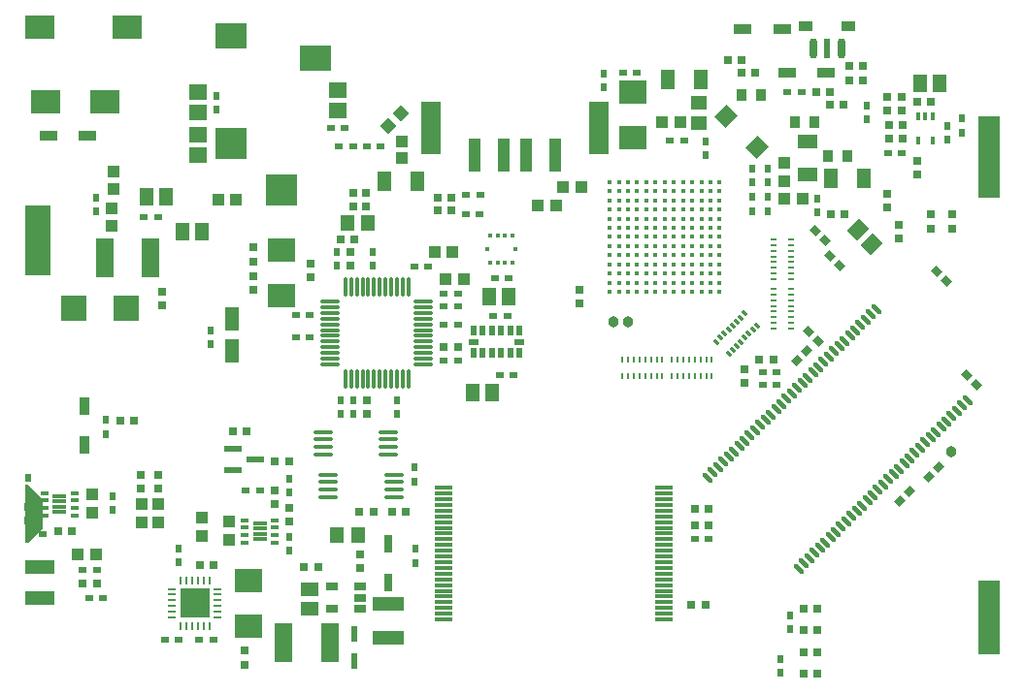
<source format=gtp>
%FSLAX25Y25*%
%MOIN*%
G70*
G01*
G75*
G04 Layer_Color=8421504*
%ADD10C,0.00500*%
%ADD11C,0.03000*%
%ADD12C,0.02000*%
%ADD13C,0.01000*%
%ADD14C,0.00800*%
%ADD15C,0.01500*%
%ADD16C,0.00700*%
%ADD17C,0.01200*%
%ADD18C,0.05000*%
%ADD19C,0.02200*%
%ADD20C,0.00600*%
%ADD21C,0.01400*%
%ADD22C,0.01800*%
%ADD23C,0.04000*%
%ADD24C,0.02500*%
%ADD25R,0.02362X0.03150*%
%ADD26R,0.09055X0.09055*%
%ADD27R,0.06299X0.03347*%
%ADD28P,0.05568X4X180.0*%
%ADD29R,0.03937X0.04331*%
%ADD30R,0.03150X0.02362*%
%ADD31R,0.03150X0.02756*%
%ADD32R,0.05118X0.07087*%
%ADD33O,0.06693X0.01378*%
%ADD34R,0.02756X0.03150*%
%ADD35R,0.03937X0.03937*%
%ADD36R,0.10236X0.10236*%
%ADD37O,0.00984X0.03150*%
%ADD38O,0.03150X0.00984*%
%ADD39R,0.09449X0.07874*%
G04:AMPARAMS|DCode=40|XSize=23.62mil|YSize=31.5mil|CornerRadius=0mil|HoleSize=0mil|Usage=FLASHONLY|Rotation=135.000|XOffset=0mil|YOffset=0mil|HoleType=Round|Shape=Rectangle|*
%AMROTATEDRECTD40*
4,1,4,0.01949,0.00278,-0.00278,-0.01949,-0.01949,-0.00278,0.00278,0.01949,0.01949,0.00278,0.0*
%
%ADD40ROTATEDRECTD40*%

G04:AMPARAMS|DCode=41|XSize=23.62mil|YSize=31.5mil|CornerRadius=0mil|HoleSize=0mil|Usage=FLASHONLY|Rotation=225.000|XOffset=0mil|YOffset=0mil|HoleType=Round|Shape=Rectangle|*
%AMROTATEDRECTD41*
4,1,4,-0.00278,0.01949,0.01949,-0.00278,0.00278,-0.01949,-0.01949,0.00278,-0.00278,0.01949,0.0*
%
%ADD41ROTATEDRECTD41*%

%ADD42R,0.05512X0.07284*%
%ADD43R,0.02756X0.01496*%
G04:AMPARAMS|DCode=44|XSize=27.56mil|YSize=31.5mil|CornerRadius=0mil|HoleSize=0mil|Usage=FLASHONLY|Rotation=135.000|XOffset=0mil|YOffset=0mil|HoleType=Round|Shape=Rectangle|*
%AMROTATEDRECTD44*
4,1,4,0.02088,0.00139,-0.00139,-0.02088,-0.02088,-0.00139,0.00139,0.02088,0.02088,0.00139,0.0*
%
%ADD44ROTATEDRECTD44*%

%ADD45C,0.03800*%
G04:AMPARAMS|DCode=46|XSize=15.75mil|YSize=45.28mil|CornerRadius=0mil|HoleSize=0mil|Usage=FLASHONLY|Rotation=225.000|XOffset=0mil|YOffset=0mil|HoleType=Round|Shape=Round|*
%AMOVALD46*
21,1,0.02953,0.01575,0.00000,0.00000,315.0*
1,1,0.01575,-0.01044,0.01044*
1,1,0.01575,0.01044,-0.01044*
%
%ADD46OVALD46*%

G04:AMPARAMS|DCode=47|XSize=27.56mil|YSize=31.5mil|CornerRadius=0mil|HoleSize=0mil|Usage=FLASHONLY|Rotation=225.000|XOffset=0mil|YOffset=0mil|HoleType=Round|Shape=Rectangle|*
%AMROTATEDRECTD47*
4,1,4,-0.00139,0.02088,0.02088,-0.00139,0.00139,-0.02088,-0.02088,0.00139,-0.00139,0.02088,0.0*
%
%ADD47ROTATEDRECTD47*%

%ADD48R,0.01969X0.00984*%
G04:AMPARAMS|DCode=49|XSize=9.84mil|YSize=19.69mil|CornerRadius=0mil|HoleSize=0mil|Usage=FLASHONLY|Rotation=225.000|XOffset=0mil|YOffset=0mil|HoleType=Round|Shape=Rectangle|*
%AMROTATEDRECTD49*
4,1,4,-0.00348,0.01044,0.01044,-0.00348,0.00348,-0.01044,-0.01044,0.00348,-0.00348,0.01044,0.0*
%
%ADD49ROTATEDRECTD49*%

%ADD50R,0.00984X0.01969*%
G04:AMPARAMS|DCode=51|XSize=59.06mil|YSize=51.18mil|CornerRadius=0mil|HoleSize=0mil|Usage=FLASHONLY|Rotation=45.000|XOffset=0mil|YOffset=0mil|HoleType=Round|Shape=Rectangle|*
%AMROTATEDRECTD51*
4,1,4,-0.00278,-0.03897,-0.03897,-0.00278,0.00278,0.03897,0.03897,0.00278,-0.00278,-0.03897,0.0*
%
%ADD51ROTATEDRECTD51*%

%ADD52R,0.03543X0.03937*%
%ADD53R,0.03937X0.03937*%
%ADD54R,0.07087X0.05118*%
%ADD55R,0.05118X0.05906*%
%ADD56R,0.01378X0.02756*%
%ADD57R,0.05118X0.03543*%
%ADD58O,0.02953X0.07087*%
%ADD59R,0.02362X0.07087*%
G04:AMPARAMS|DCode=60|XSize=55.12mil|YSize=59.06mil|CornerRadius=0mil|HoleSize=0mil|Usage=FLASHONLY|Rotation=135.000|XOffset=0mil|YOffset=0mil|HoleType=Round|Shape=Rectangle|*
%AMROTATEDRECTD60*
4,1,4,0.04037,0.00139,-0.00139,-0.04037,-0.04037,-0.00139,0.00139,0.04037,0.04037,0.00139,0.0*
%
%ADD60ROTATEDRECTD60*%

%ADD61R,0.05512X0.04724*%
%ADD62C,0.01496*%
%ADD63R,0.01575X0.01378*%
%ADD64R,0.01378X0.01575*%
%ADD65R,0.04331X0.03937*%
%ADD66R,0.05906X0.05512*%
%ADD67O,0.01181X0.07087*%
%ADD68O,0.07087X0.01181*%
%ADD69R,0.04724X0.07874*%
%ADD70R,0.06299X0.01181*%
%ADD71R,0.03150X0.06299*%
%ADD72R,0.10630X0.05118*%
%ADD73R,0.06299X0.13386*%
%ADD74R,0.04331X0.02559*%
%ADD75R,0.05906X0.05118*%
%ADD76R,0.04724X0.05512*%
%ADD77R,0.05906X0.02362*%
%ADD78R,0.10000X0.05000*%
%ADD79R,0.03347X0.06299*%
%ADD80R,0.11024X0.08661*%
%ADD81R,0.11024X0.11024*%
%ADD82R,0.11024X0.11024*%
%ADD83R,0.10236X0.07874*%
%ADD84R,0.02362X0.03543*%
%ADD85R,0.03543X0.02362*%
%ADD86R,0.04400X0.11300*%
%ADD87R,0.07087X0.18110*%
%ADD88R,0.02165X0.05709*%
%ADD89R,0.10400X0.10600*%
%ADD90R,0.08500X0.10400*%
%ADD91R,0.08800X0.10500*%
%ADD92C,0.03937*%
%ADD93R,0.05906X0.05906*%
%ADD94C,0.05906*%
%ADD95C,0.06000*%
%ADD96C,0.07000*%
%ADD97C,0.07874*%
%ADD98C,0.08661*%
%ADD99C,0.07087*%
%ADD100R,0.05906X0.05906*%
%ADD101C,0.15748*%
%ADD102P,0.08352X4X360.0*%
%ADD103C,0.03150*%
%ADD104C,0.05000*%
%ADD105C,0.06693*%
%ADD106C,0.04724*%
%ADD107C,0.02000*%
%ADD108C,0.03000*%
%ADD109C,0.01800*%
%ADD110C,0.02500*%
%ADD111C,0.02598*%
%ADD112C,0.02300*%
%ADD113C,0.00787*%
%ADD114C,0.04400*%
%ADD115R,0.11600X0.03000*%
%ADD116R,0.02600X0.03000*%
%ADD117C,0.04359*%
%ADD118C,0.05816*%
%ADD119C,0.05343*%
%ADD120C,0.05300*%
%ADD121C,0.10068*%
%ADD122C,0.07706*%
%ADD123C,0.05343*%
%ADD124C,0.06524*%
%ADD125C,0.06800*%
%ADD126C,0.08493*%
%ADD127C,0.06918*%
%ADD128C,0.02800*%
%ADD129C,0.03300*%
%ADD130C,0.02600*%
%ADD131C,0.00400*%
%ADD132R,0.02700X0.03000*%
%ADD133R,0.11500X0.03000*%
%ADD134C,0.03099*%
%ADD135C,0.03099*%
%ADD136C,0.02400*%
%ADD137R,0.06693X0.08661*%
%ADD138R,0.18701X0.05000*%
%ADD139O,0.18701X0.05000*%
G04:AMPARAMS|DCode=140|XSize=59.06mil|YSize=51.18mil|CornerRadius=0mil|HoleSize=0mil|Usage=FLASHONLY|Rotation=315.000|XOffset=0mil|YOffset=0mil|HoleType=Round|Shape=Rectangle|*
%AMROTATEDRECTD140*
4,1,4,-0.03897,0.00278,-0.00278,0.03897,0.03897,-0.00278,0.00278,-0.03897,-0.03897,0.00278,0.0*
%
%ADD140ROTATEDRECTD140*%

%ADD141R,0.07874X0.05709*%
%ADD142R,0.05906X0.03150*%
%ADD143R,0.01654X0.01654*%
%ADD144R,0.03937X0.03150*%
%ADD145R,0.05118X0.07480*%
%ADD146R,0.18110X0.07087*%
%ADD147R,0.11300X0.04400*%
%ADD148O,0.01378X0.06693*%
%ADD149R,0.01575X0.01969*%
%ADD150R,0.03347X0.01575*%
%ADD151R,0.06299X0.03150*%
%ADD152R,0.01181X0.05118*%
%ADD153R,0.07087X0.08661*%
%ADD154R,0.07087X0.07874*%
%ADD155R,0.06299X0.11811*%
%ADD156R,0.11811X0.06299*%
%ADD157R,0.01969X0.09843*%
%ADD158R,0.06693X0.07874*%
%ADD159R,0.23700X0.08500*%
%ADD160R,0.52500X0.10600*%
%ADD161O,0.03937X0.09843*%
%ADD162R,0.03937X0.09843*%
%ADD163C,0.00984*%
%ADD164C,0.02362*%
%ADD165C,0.00394*%
%ADD166R,0.07874X0.04724*%
%ADD167R,0.08500X0.24000*%
%ADD168R,0.07500X0.28000*%
%ADD169R,0.07500X0.25200*%
%ADD170R,0.04921X0.01181*%
%ADD171R,0.04921X0.01378*%
%ADD172R,0.01378X0.01181*%
%ADD173R,0.01181X0.01378*%
%ADD174R,0.02264X0.03445*%
%ADD175R,0.03445X0.02264*%
G36*
X9000Y71000D02*
Y61000D01*
X4000Y56000D01*
X3000D01*
Y76000D01*
X4000D01*
X9000Y71000D01*
D02*
G37*
D25*
X292000Y201638D02*
D03*
Y206362D02*
D03*
X55500Y49138D02*
D03*
Y53862D02*
D03*
X93500Y77862D02*
D03*
Y73138D02*
D03*
Y53138D02*
D03*
Y57862D02*
D03*
X274902Y174153D02*
D03*
Y169429D02*
D03*
X257776Y179862D02*
D03*
Y184587D02*
D03*
X252658Y179862D02*
D03*
Y184587D02*
D03*
X257776Y174744D02*
D03*
Y170020D02*
D03*
X252658Y174744D02*
D03*
Y170020D02*
D03*
X319500Y199362D02*
D03*
Y194638D02*
D03*
X324500Y201762D02*
D03*
Y197038D02*
D03*
X236516Y193937D02*
D03*
Y189213D02*
D03*
X122146Y155807D02*
D03*
Y151083D02*
D03*
X109941Y155807D02*
D03*
Y151083D02*
D03*
X66500Y124138D02*
D03*
Y128862D02*
D03*
X136811Y53740D02*
D03*
Y49016D02*
D03*
X136500Y77038D02*
D03*
Y81762D02*
D03*
X33000Y67138D02*
D03*
Y71862D02*
D03*
X4000Y73638D02*
D03*
Y78362D02*
D03*
X30600Y93338D02*
D03*
Y98062D02*
D03*
X68400Y209662D02*
D03*
Y204938D02*
D03*
X130512Y100197D02*
D03*
Y104921D02*
D03*
X115551Y100295D02*
D03*
Y105020D02*
D03*
X111122Y100295D02*
D03*
Y105020D02*
D03*
X262300Y15862D02*
D03*
Y11138D02*
D03*
X265500Y30862D02*
D03*
Y26138D02*
D03*
X201500Y212438D02*
D03*
Y217162D02*
D03*
X27300Y174462D02*
D03*
Y169738D02*
D03*
D26*
X19642Y136500D02*
D03*
X37358D02*
D03*
D27*
X249307Y232500D02*
D03*
X262693D02*
D03*
X277893Y217600D02*
D03*
X264507D02*
D03*
X24193Y196000D02*
D03*
X10807D02*
D03*
D28*
X131827Y203627D02*
D03*
X127373Y199173D02*
D03*
D29*
X132200Y193953D02*
D03*
Y188047D02*
D03*
X33300Y183453D02*
D03*
Y177547D02*
D03*
X32600Y170853D02*
D03*
Y164947D02*
D03*
D30*
X120038Y192200D02*
D03*
X124762D02*
D03*
X115362D02*
D03*
X110638D02*
D03*
X159062Y175500D02*
D03*
X154338D02*
D03*
X158962Y169000D02*
D03*
X154238D02*
D03*
X62638Y22400D02*
D03*
X67362D02*
D03*
X50938D02*
D03*
X55662D02*
D03*
X78638Y74000D02*
D03*
X83362D02*
D03*
X232776Y57284D02*
D03*
X237500D02*
D03*
X256201Y110079D02*
D03*
X260925D02*
D03*
X256201Y114409D02*
D03*
X260925D02*
D03*
X299138Y190000D02*
D03*
X303862D02*
D03*
X264638Y210900D02*
D03*
X269362D02*
D03*
X224311Y194331D02*
D03*
X229035D02*
D03*
X151378Y141437D02*
D03*
X146653D02*
D03*
X151378Y137106D02*
D03*
X146653D02*
D03*
X151378Y118602D02*
D03*
X146653D02*
D03*
X151378Y130905D02*
D03*
X146653D02*
D03*
X168862Y147000D02*
D03*
X164138D02*
D03*
X107938Y198600D02*
D03*
X112662D02*
D03*
X136614Y150787D02*
D03*
X141339D02*
D03*
X95866Y134252D02*
D03*
X100591D02*
D03*
X95768Y126476D02*
D03*
X100492D02*
D03*
X29465Y37008D02*
D03*
X24741D02*
D03*
X27362Y46500D02*
D03*
X22638D02*
D03*
X4138Y59000D02*
D03*
X8862D02*
D03*
X43638Y168000D02*
D03*
X48362D02*
D03*
X165738Y113400D02*
D03*
X170462D02*
D03*
X168362Y134000D02*
D03*
X163638D02*
D03*
X208238Y217600D02*
D03*
X212962D02*
D03*
D31*
X144438Y174500D02*
D03*
X149162D02*
D03*
X144438Y170200D02*
D03*
X149162D02*
D03*
X62838Y48200D02*
D03*
X67562D02*
D03*
X231638Y34500D02*
D03*
X236362D02*
D03*
X237500Y61811D02*
D03*
X232776D02*
D03*
X232738Y67618D02*
D03*
X237463D02*
D03*
X255020Y118740D02*
D03*
X259744D02*
D03*
X279626Y169035D02*
D03*
X284350D02*
D03*
X313862Y207500D02*
D03*
X309138D02*
D03*
X283962Y206400D02*
D03*
X279238D02*
D03*
X279262Y210900D02*
D03*
X274538D02*
D03*
X248738Y217500D02*
D03*
X253462D02*
D03*
X244138Y222000D02*
D03*
X248862D02*
D03*
X151378Y123130D02*
D03*
X146653D02*
D03*
X128838Y66500D02*
D03*
X133562D02*
D03*
X98638Y47500D02*
D03*
X103362D02*
D03*
X117638Y66500D02*
D03*
X122362D02*
D03*
X88638Y84000D02*
D03*
X93362D02*
D03*
X74138Y94200D02*
D03*
X78862D02*
D03*
X27362Y42000D02*
D03*
X22638D02*
D03*
X18862Y60000D02*
D03*
X14138D02*
D03*
X40162Y97800D02*
D03*
X35438D02*
D03*
X274762Y11000D02*
D03*
X270038D02*
D03*
X274762Y18300D02*
D03*
X270038D02*
D03*
X270238Y26000D02*
D03*
X274962D02*
D03*
X274862Y33300D02*
D03*
X270138D02*
D03*
X115762Y160300D02*
D03*
X111038D02*
D03*
D32*
X126191Y180300D02*
D03*
X137609D02*
D03*
X290846Y181240D02*
D03*
X279429D02*
D03*
X223491Y215200D02*
D03*
X234909D02*
D03*
D33*
X105079Y93939D02*
D03*
Y91379D02*
D03*
Y88820D02*
D03*
Y86261D02*
D03*
X127521Y93939D02*
D03*
Y91379D02*
D03*
Y88820D02*
D03*
Y86261D02*
D03*
X106980Y79339D02*
D03*
Y76780D02*
D03*
Y74221D02*
D03*
Y71661D02*
D03*
X129420Y79339D02*
D03*
Y76780D02*
D03*
Y74221D02*
D03*
Y71661D02*
D03*
D34*
X48600Y74638D02*
D03*
Y79362D02*
D03*
X42600Y74638D02*
D03*
Y79362D02*
D03*
X93500Y63138D02*
D03*
Y67862D02*
D03*
X88500Y69138D02*
D03*
Y73862D02*
D03*
X249902Y110866D02*
D03*
Y115591D02*
D03*
X193110Y138189D02*
D03*
Y142913D02*
D03*
X303000Y160638D02*
D03*
Y165362D02*
D03*
X299000Y209362D02*
D03*
Y204638D02*
D03*
X304000Y204638D02*
D03*
Y209362D02*
D03*
X304100Y199462D02*
D03*
Y194738D02*
D03*
X299400Y194738D02*
D03*
Y199462D02*
D03*
X290400Y219762D02*
D03*
Y215038D02*
D03*
X285700Y219762D02*
D03*
Y215038D02*
D03*
X114567Y155807D02*
D03*
Y151083D02*
D03*
X100689Y147047D02*
D03*
Y151772D02*
D03*
X81299Y142717D02*
D03*
Y147441D02*
D03*
X81299Y157382D02*
D03*
Y152657D02*
D03*
X118000Y47138D02*
D03*
Y51862D02*
D03*
X4000Y68362D02*
D03*
Y63638D02*
D03*
X49800Y137638D02*
D03*
Y142362D02*
D03*
X120079Y105020D02*
D03*
Y100295D02*
D03*
X314000Y168762D02*
D03*
Y164038D02*
D03*
X321200Y168762D02*
D03*
Y164038D02*
D03*
X299000Y175962D02*
D03*
Y171238D02*
D03*
X309300Y182538D02*
D03*
Y187262D02*
D03*
X119900Y171638D02*
D03*
Y176362D02*
D03*
X115500Y171638D02*
D03*
Y176362D02*
D03*
X78300Y18762D02*
D03*
Y14038D02*
D03*
D35*
X42700Y69150D02*
D03*
Y62850D02*
D03*
X48600Y69150D02*
D03*
Y62850D02*
D03*
X63500Y64650D02*
D03*
Y58350D02*
D03*
X73000Y63150D02*
D03*
Y56850D02*
D03*
X263484Y180157D02*
D03*
Y186457D02*
D03*
X26000Y72650D02*
D03*
Y66350D02*
D03*
D36*
X61100Y35100D02*
D03*
D37*
X56179Y42974D02*
D03*
X58147D02*
D03*
X60116D02*
D03*
X62084D02*
D03*
X64053D02*
D03*
X66021D02*
D03*
Y27226D02*
D03*
X64053D02*
D03*
X62084D02*
D03*
X60116D02*
D03*
X58147D02*
D03*
X56179D02*
D03*
D38*
X68974Y40021D02*
D03*
Y38053D02*
D03*
Y36084D02*
D03*
Y34116D02*
D03*
Y32147D02*
D03*
Y30179D02*
D03*
X53226D02*
D03*
Y32147D02*
D03*
Y34116D02*
D03*
Y36084D02*
D03*
Y38053D02*
D03*
Y40021D02*
D03*
D39*
X79400Y43000D02*
D03*
Y27252D02*
D03*
X211500Y210900D02*
D03*
Y195152D02*
D03*
X90847Y156693D02*
D03*
Y140945D02*
D03*
D40*
X306670Y73570D02*
D03*
X303330Y70230D02*
D03*
D41*
X326230Y113470D02*
D03*
X329570Y110130D02*
D03*
D43*
X78264Y63677D02*
D03*
Y61118D02*
D03*
Y58559D02*
D03*
Y56000D02*
D03*
X88500Y63677D02*
D03*
Y61118D02*
D03*
Y58559D02*
D03*
Y56000D02*
D03*
X9500Y73000D02*
D03*
Y70441D02*
D03*
Y67882D02*
D03*
Y65323D02*
D03*
X19736Y73000D02*
D03*
Y70441D02*
D03*
Y67882D02*
D03*
Y65323D02*
D03*
D44*
X313192Y78487D02*
D03*
X316532Y81828D02*
D03*
X271257Y121985D02*
D03*
X267916Y118645D02*
D03*
D45*
X320700Y87200D02*
D03*
X209800Y131900D02*
D03*
X204900D02*
D03*
D46*
X268498Y46963D02*
D03*
X270308Y48773D02*
D03*
X272117Y50582D02*
D03*
X273927Y52392D02*
D03*
X275736Y54201D02*
D03*
X277546Y56011D02*
D03*
X279355Y57820D02*
D03*
X281165Y59630D02*
D03*
X282975Y61439D02*
D03*
X284784Y63249D02*
D03*
X286594Y65058D02*
D03*
X288403Y66868D02*
D03*
X290213Y68677D02*
D03*
X292022Y70487D02*
D03*
X293832Y72296D02*
D03*
X295641Y74106D02*
D03*
X297451Y75915D02*
D03*
X299260Y77725D02*
D03*
X301070Y79535D02*
D03*
X302879Y81344D02*
D03*
X304689Y83153D02*
D03*
X306498Y84963D02*
D03*
X308308Y86773D02*
D03*
X310117Y88582D02*
D03*
X311927Y90392D02*
D03*
X313736Y92201D02*
D03*
X315546Y94011D02*
D03*
X317355Y95820D02*
D03*
X319165Y97630D02*
D03*
X320974Y99439D02*
D03*
X322784Y101249D02*
D03*
X324594Y103058D02*
D03*
X326403Y104868D02*
D03*
X237180Y78282D02*
D03*
X238989Y80091D02*
D03*
X240799Y81901D02*
D03*
X242608Y83710D02*
D03*
X244418Y85520D02*
D03*
X246227Y87329D02*
D03*
X248037Y89139D02*
D03*
X249846Y90948D02*
D03*
X251656Y92758D02*
D03*
X253465Y94568D02*
D03*
X255275Y96377D02*
D03*
X257084Y98186D02*
D03*
X258894Y99996D02*
D03*
X260703Y101806D02*
D03*
X262513Y103615D02*
D03*
X264322Y105425D02*
D03*
X266132Y107234D02*
D03*
X267941Y109044D02*
D03*
X269751Y110853D02*
D03*
X271561Y112663D02*
D03*
X273370Y114472D02*
D03*
X275180Y116282D02*
D03*
X276989Y118091D02*
D03*
X278799Y119901D02*
D03*
X280608Y121710D02*
D03*
X282418Y123520D02*
D03*
X284227Y125329D02*
D03*
X286037Y127139D02*
D03*
X287846Y128948D02*
D03*
X289656Y130758D02*
D03*
X291465Y132568D02*
D03*
X293275Y134377D02*
D03*
X295084Y136187D02*
D03*
D47*
X275194Y125338D02*
D03*
X271853Y128678D02*
D03*
X282674Y151322D02*
D03*
X279334Y154662D02*
D03*
X277556Y159983D02*
D03*
X274216Y163324D02*
D03*
X315830Y149170D02*
D03*
X319170Y145830D02*
D03*
D48*
X260005Y129484D02*
D03*
Y131453D02*
D03*
Y133421D02*
D03*
Y135390D02*
D03*
Y137358D02*
D03*
Y139327D02*
D03*
Y141295D02*
D03*
Y143264D02*
D03*
X265910D02*
D03*
Y141295D02*
D03*
Y139327D02*
D03*
Y137358D02*
D03*
Y135390D02*
D03*
Y133421D02*
D03*
Y131453D02*
D03*
Y129484D02*
D03*
X260005Y146484D02*
D03*
Y148453D02*
D03*
Y150421D02*
D03*
Y152390D02*
D03*
Y154358D02*
D03*
Y156327D02*
D03*
Y158295D02*
D03*
Y160264D02*
D03*
X265910D02*
D03*
Y158295D02*
D03*
Y156327D02*
D03*
Y154358D02*
D03*
Y152390D02*
D03*
Y150421D02*
D03*
Y148453D02*
D03*
Y146484D02*
D03*
D49*
X240186Y125011D02*
D03*
X241578Y126403D02*
D03*
X242970Y127795D02*
D03*
X244362Y129187D02*
D03*
X245754Y130579D02*
D03*
X247146Y131971D02*
D03*
X248538Y133363D02*
D03*
X249930Y134755D02*
D03*
X254105Y130579D02*
D03*
X252713Y129187D02*
D03*
X251322Y127795D02*
D03*
X249930Y126403D02*
D03*
X248538Y125011D02*
D03*
X247146Y123619D02*
D03*
X245754Y122228D02*
D03*
X244362Y120835D02*
D03*
D50*
X224893Y118976D02*
D03*
X226861D02*
D03*
X228830D02*
D03*
X230798D02*
D03*
X232767D02*
D03*
X234735D02*
D03*
X236704D02*
D03*
X238672D02*
D03*
Y113070D02*
D03*
X236704D02*
D03*
X234735D02*
D03*
X232767D02*
D03*
X230798D02*
D03*
X228830D02*
D03*
X226861D02*
D03*
X224893D02*
D03*
X207893Y118976D02*
D03*
X209861D02*
D03*
X211830D02*
D03*
X213798D02*
D03*
X215767D02*
D03*
X217735D02*
D03*
X219704D02*
D03*
X221672D02*
D03*
Y113070D02*
D03*
X219704D02*
D03*
X217735D02*
D03*
X215767D02*
D03*
X213798D02*
D03*
X211830D02*
D03*
X209861D02*
D03*
X207893D02*
D03*
D51*
X288874Y163429D02*
D03*
X293606Y158697D02*
D03*
D52*
X285335Y188819D02*
D03*
X278642D02*
D03*
X267028Y200630D02*
D03*
X273721D02*
D03*
X255512Y209784D02*
D03*
X248819D02*
D03*
D53*
X263484Y174252D02*
D03*
X269783D02*
D03*
X221650Y200400D02*
D03*
X227950D02*
D03*
X193950Y178100D02*
D03*
X187650D02*
D03*
X185250Y172000D02*
D03*
X178950D02*
D03*
X147146Y146555D02*
D03*
X153445D02*
D03*
X20850Y52000D02*
D03*
X27150D02*
D03*
D54*
X271358Y182618D02*
D03*
Y194035D02*
D03*
D55*
X316846Y214000D02*
D03*
X310154D02*
D03*
X162153Y140500D02*
D03*
X168846D02*
D03*
X56753Y163000D02*
D03*
X63446D02*
D03*
X51346Y175000D02*
D03*
X44653D02*
D03*
X163347Y107400D02*
D03*
X156653D02*
D03*
D56*
X314559Y202634D02*
D03*
X312000D02*
D03*
X309441D02*
D03*
Y194366D02*
D03*
X314559D02*
D03*
D57*
X270965Y233477D02*
D03*
X285531D02*
D03*
D58*
X283071Y225800D02*
D03*
X273425D02*
D03*
D59*
X278248D02*
D03*
D60*
X243653Y202547D02*
D03*
X254232Y191969D02*
D03*
D61*
X234154Y207323D02*
D03*
Y200236D02*
D03*
D62*
X203543Y179961D02*
D03*
X206693D02*
D03*
X209842D02*
D03*
X212992D02*
D03*
X216142D02*
D03*
X219291D02*
D03*
X222441D02*
D03*
X225591D02*
D03*
X228740D02*
D03*
X231890D02*
D03*
X235039D02*
D03*
X238189D02*
D03*
X241339D02*
D03*
X203543Y176811D02*
D03*
X206693D02*
D03*
X209842D02*
D03*
X212992D02*
D03*
X216142D02*
D03*
X219291D02*
D03*
X222441D02*
D03*
X225591D02*
D03*
X228740D02*
D03*
X231890D02*
D03*
X235039D02*
D03*
X238189D02*
D03*
X241339D02*
D03*
X203543Y173661D02*
D03*
X206693D02*
D03*
X209842D02*
D03*
X212992D02*
D03*
X216142D02*
D03*
X219291D02*
D03*
X222441D02*
D03*
X225591D02*
D03*
X228740D02*
D03*
X231890D02*
D03*
X235039D02*
D03*
X238189D02*
D03*
X241339D02*
D03*
X203543Y170512D02*
D03*
X206693D02*
D03*
X209842D02*
D03*
X212992D02*
D03*
X216142D02*
D03*
X219291D02*
D03*
X222441D02*
D03*
X225591D02*
D03*
X228740D02*
D03*
X231890D02*
D03*
X235039D02*
D03*
X238189D02*
D03*
X241339D02*
D03*
X203543Y167362D02*
D03*
X206693D02*
D03*
X209842D02*
D03*
X212992D02*
D03*
X216142D02*
D03*
X219291D02*
D03*
X222441D02*
D03*
X225591D02*
D03*
X228740D02*
D03*
X231890D02*
D03*
X235039D02*
D03*
X238189D02*
D03*
X241339D02*
D03*
X203543Y164213D02*
D03*
X206693D02*
D03*
X209842D02*
D03*
X212992D02*
D03*
X216142D02*
D03*
X219291D02*
D03*
X222441D02*
D03*
X225591D02*
D03*
X228740D02*
D03*
X231890D02*
D03*
X235039D02*
D03*
X238189D02*
D03*
X241339D02*
D03*
X203543Y161063D02*
D03*
X206693D02*
D03*
X209842D02*
D03*
X212992D02*
D03*
X216142D02*
D03*
X219291D02*
D03*
X222441D02*
D03*
X225591D02*
D03*
X228740D02*
D03*
X231890D02*
D03*
X235039D02*
D03*
X238189D02*
D03*
X241339D02*
D03*
X203543Y157913D02*
D03*
X206693D02*
D03*
X209842D02*
D03*
X212992D02*
D03*
X216142D02*
D03*
X219291D02*
D03*
X222441D02*
D03*
X225591D02*
D03*
X228740D02*
D03*
X231890D02*
D03*
X235039D02*
D03*
X238189D02*
D03*
X241339D02*
D03*
X203543Y154764D02*
D03*
X206693D02*
D03*
X209842D02*
D03*
X212992D02*
D03*
X216142D02*
D03*
X219291D02*
D03*
X222441D02*
D03*
X225591D02*
D03*
X228740D02*
D03*
X231890D02*
D03*
X235039D02*
D03*
X238189D02*
D03*
X241339D02*
D03*
X203543Y151614D02*
D03*
X206693D02*
D03*
X209842D02*
D03*
X212992D02*
D03*
X216142D02*
D03*
X219291D02*
D03*
X222441D02*
D03*
X225591D02*
D03*
X228740D02*
D03*
X231890D02*
D03*
X235039D02*
D03*
X238189D02*
D03*
X241339D02*
D03*
X203543Y148465D02*
D03*
X206693D02*
D03*
X209842D02*
D03*
X212992D02*
D03*
X216142D02*
D03*
X219291D02*
D03*
X222441D02*
D03*
X225591D02*
D03*
X228740D02*
D03*
X231890D02*
D03*
X235039D02*
D03*
X238189D02*
D03*
X241339D02*
D03*
X203543Y145315D02*
D03*
X206693D02*
D03*
X209842D02*
D03*
X212992D02*
D03*
X216142D02*
D03*
X219291D02*
D03*
X222441D02*
D03*
X225591D02*
D03*
X228740D02*
D03*
X231890D02*
D03*
X235039D02*
D03*
X238189D02*
D03*
X241339D02*
D03*
X203543Y142165D02*
D03*
X206693D02*
D03*
X209842D02*
D03*
X212992D02*
D03*
X216142D02*
D03*
X219291D02*
D03*
X222441D02*
D03*
X225591D02*
D03*
X228740D02*
D03*
X231890D02*
D03*
X235039D02*
D03*
X238189D02*
D03*
X241339D02*
D03*
D65*
X149453Y156000D02*
D03*
X143547D02*
D03*
X75053Y173800D02*
D03*
X69147D02*
D03*
D66*
X110100Y204557D02*
D03*
Y211643D02*
D03*
X62200Y203857D02*
D03*
Y210943D02*
D03*
Y196343D02*
D03*
Y189257D02*
D03*
D67*
X134449Y143996D02*
D03*
X132480D02*
D03*
X130512D02*
D03*
X128543D02*
D03*
X126575D02*
D03*
X124606D02*
D03*
X122638D02*
D03*
X120669D02*
D03*
X118701D02*
D03*
X116732D02*
D03*
X114764D02*
D03*
X112795D02*
D03*
Y112106D02*
D03*
X114764D02*
D03*
X116732D02*
D03*
X118701D02*
D03*
X120669D02*
D03*
X122638D02*
D03*
X124606D02*
D03*
X126575D02*
D03*
X128543D02*
D03*
X130512D02*
D03*
X132480D02*
D03*
X134449D02*
D03*
D68*
X107677Y138878D02*
D03*
Y136909D02*
D03*
Y134941D02*
D03*
Y132972D02*
D03*
Y131004D02*
D03*
Y129035D02*
D03*
Y127067D02*
D03*
Y125098D02*
D03*
Y123130D02*
D03*
Y121161D02*
D03*
Y119193D02*
D03*
Y117224D02*
D03*
X139567D02*
D03*
Y119193D02*
D03*
Y121161D02*
D03*
Y123130D02*
D03*
Y125098D02*
D03*
Y127067D02*
D03*
Y129035D02*
D03*
Y131004D02*
D03*
Y132972D02*
D03*
Y134941D02*
D03*
Y136909D02*
D03*
Y138878D02*
D03*
D69*
X74000Y121988D02*
D03*
Y133012D02*
D03*
D70*
X222047Y29528D02*
D03*
Y31496D02*
D03*
Y33465D02*
D03*
Y35433D02*
D03*
Y37402D02*
D03*
Y39370D02*
D03*
Y41339D02*
D03*
Y43307D02*
D03*
Y45276D02*
D03*
Y47244D02*
D03*
Y49213D02*
D03*
Y51181D02*
D03*
Y53150D02*
D03*
Y55118D02*
D03*
Y57087D02*
D03*
Y59055D02*
D03*
Y61024D02*
D03*
Y62992D02*
D03*
Y64961D02*
D03*
Y66929D02*
D03*
Y68898D02*
D03*
Y70866D02*
D03*
Y72835D02*
D03*
Y74803D02*
D03*
X146457Y29528D02*
D03*
Y31496D02*
D03*
Y33465D02*
D03*
Y35433D02*
D03*
Y37402D02*
D03*
Y39370D02*
D03*
Y41339D02*
D03*
Y43307D02*
D03*
Y45276D02*
D03*
Y47244D02*
D03*
Y49213D02*
D03*
Y51181D02*
D03*
Y53150D02*
D03*
Y55118D02*
D03*
Y57087D02*
D03*
Y59055D02*
D03*
Y61024D02*
D03*
Y62992D02*
D03*
Y64961D02*
D03*
Y66929D02*
D03*
Y68898D02*
D03*
Y70866D02*
D03*
Y72835D02*
D03*
Y74803D02*
D03*
D71*
X127500Y55693D02*
D03*
Y42307D02*
D03*
D72*
Y23291D02*
D03*
Y34709D02*
D03*
D73*
X91626Y21500D02*
D03*
X107374D02*
D03*
X30126Y154000D02*
D03*
X45874D02*
D03*
D74*
X117724Y33260D02*
D03*
Y37000D02*
D03*
Y40740D02*
D03*
X108276D02*
D03*
Y33260D02*
D03*
D75*
X100500Y33154D02*
D03*
Y39847D02*
D03*
D76*
X109957Y58500D02*
D03*
X117043D02*
D03*
X120643Y165900D02*
D03*
X113557D02*
D03*
D77*
X74260Y88240D02*
D03*
Y80760D02*
D03*
X81740Y84500D02*
D03*
D78*
X8000Y37000D02*
D03*
Y47500D02*
D03*
D79*
X23200Y102893D02*
D03*
Y89507D02*
D03*
D80*
X102567Y222457D02*
D03*
X73433Y230331D02*
D03*
D81*
Y193323D02*
D03*
D82*
X90953Y177181D02*
D03*
D83*
X7874Y233071D02*
D03*
X37795D02*
D03*
X9843Y207480D02*
D03*
X30315D02*
D03*
D86*
X184750Y189298D02*
D03*
X174950D02*
D03*
X167050D02*
D03*
X157250D02*
D03*
D87*
X142232Y198524D02*
D03*
X199713D02*
D03*
D88*
X116000Y24626D02*
D03*
Y15374D02*
D03*
D167*
X7250Y160000D02*
D03*
D168*
X333750Y188500D02*
D03*
D169*
Y30100D02*
D03*
D170*
X83382Y60823D02*
D03*
Y58854D02*
D03*
X14618Y70146D02*
D03*
Y68177D02*
D03*
D171*
X83382Y62594D02*
D03*
X83382Y57083D02*
D03*
X14618Y71917D02*
D03*
Y66405D02*
D03*
D172*
X161614Y156921D02*
D03*
X171063D02*
D03*
D173*
X162500Y161646D02*
D03*
X165059D02*
D03*
X167618D02*
D03*
X170177D02*
D03*
Y152197D02*
D03*
X167618D02*
D03*
X165059D02*
D03*
X162598D02*
D03*
D174*
X156800Y121100D02*
D03*
X159950D02*
D03*
X163099D02*
D03*
X166249D02*
D03*
X169398D02*
D03*
X172548D02*
D03*
Y128974D02*
D03*
X169398D02*
D03*
X166249D02*
D03*
X163099D02*
D03*
X159950D02*
D03*
X156800D02*
D03*
D175*
X172548Y125037D02*
D03*
X156800D02*
D03*
M02*

</source>
